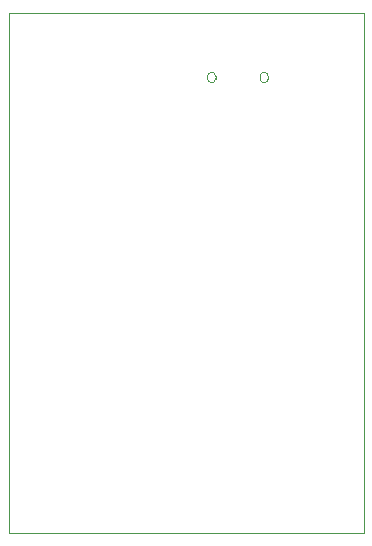
<source format=gm1>
G04 #@! TF.GenerationSoftware,KiCad,Pcbnew,8.0.1*
G04 #@! TF.CreationDate,2024-12-01T21:33:56-08:00*
G04 #@! TF.ProjectId,ledFlicker,6c656446-6c69-4636-9b65-722e6b696361,rev?*
G04 #@! TF.SameCoordinates,Original*
G04 #@! TF.FileFunction,Profile,NP*
%FSLAX46Y46*%
G04 Gerber Fmt 4.6, Leading zero omitted, Abs format (unit mm)*
G04 Created by KiCad (PCBNEW 8.0.1) date 2024-12-01 21:33:56*
%MOMM*%
%LPD*%
G01*
G04 APERTURE LIST*
G04 #@! TA.AperFunction,Profile*
%ADD10C,0.050000*%
G04 #@! TD*
G04 #@! TA.AperFunction,Profile*
%ADD11C,0.010000*%
G04 #@! TD*
G04 APERTURE END LIST*
D10*
X146685000Y-29718000D02*
X176685000Y-29718000D01*
X176685000Y-73718000D01*
X146685000Y-73718000D01*
X146685000Y-29718000D01*
D11*
X168275000Y-34729000D02*
G75*
G02*
X168625000Y-35079000I0J-350000D01*
G01*
X168625000Y-35079000D02*
X168625000Y-35279000D01*
X168625000Y-35279000D02*
G75*
G02*
X168275000Y-35629000I-350000J0D01*
G01*
X168275000Y-35629000D02*
G75*
G02*
X167925000Y-35279000I0J350000D01*
G01*
X167925000Y-35079000D02*
G75*
G02*
X167925000Y-35279000I-3552542J-100000D01*
G01*
X167925000Y-35079000D02*
G75*
G02*
X168275000Y-34729000I350000J0D01*
G01*
X163825000Y-34729000D02*
G75*
G02*
X164175000Y-35079000I0J-350000D01*
G01*
X164175000Y-35079000D02*
X164175000Y-35279000D01*
X164175000Y-35279000D02*
G75*
G02*
X163825000Y-35629000I-350000J0D01*
G01*
X163825000Y-35629000D02*
G75*
G02*
X163475000Y-35279000I0J350000D01*
G01*
X163475000Y-35079000D02*
G75*
G02*
X163475000Y-35279000I-3552542J-100000D01*
G01*
X163475000Y-35079000D02*
G75*
G02*
X163825000Y-34729000I350000J0D01*
G01*
M02*

</source>
